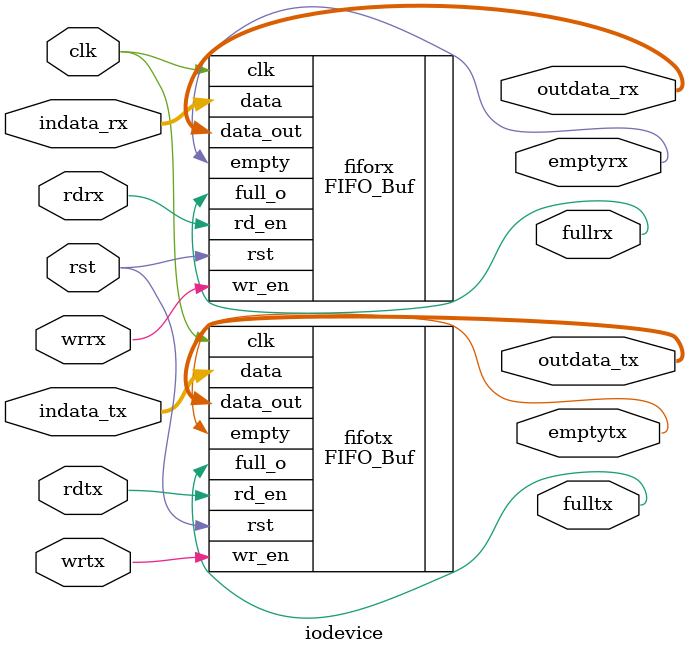
<source format=v>
module iodevice(
	input        clk, rst,
	input        rdtx, wrtx, 		//transmitter read write enable
	input        wrrx,rdrx,  		// receiver read write enable
	input  [7:0] indata_tx,  		//transmitter input data
	input  [7:0] indata_rx,  		//receiver input data
	output [7:0] outdata_tx, 		//transmitter output data
	output [7:0] outdata_rx, 		//receiver output data
	output       fulltx, emptytx, //transmitter full and empty signal
	output       fullrx, emptyrx  //receiver full and empty signal
    );
	
	FIFO_Buf fiforx	(.clk(clk),.rst(rst),.wr_en(wrrx),.data(indata_rx),.full_o(fullrx),.rd_en(rdrx),.data_out(outdata_rx),.empty(emptyrx));
	FIFO_Buf fifotx	(.clk(clk),.rst(rst),.wr_en(wrtx),.data(indata_tx),.full_o(fulltx),.rd_en(rdtx),.data_out(outdata_tx),.empty(emptytx));
	
endmodule

</source>
